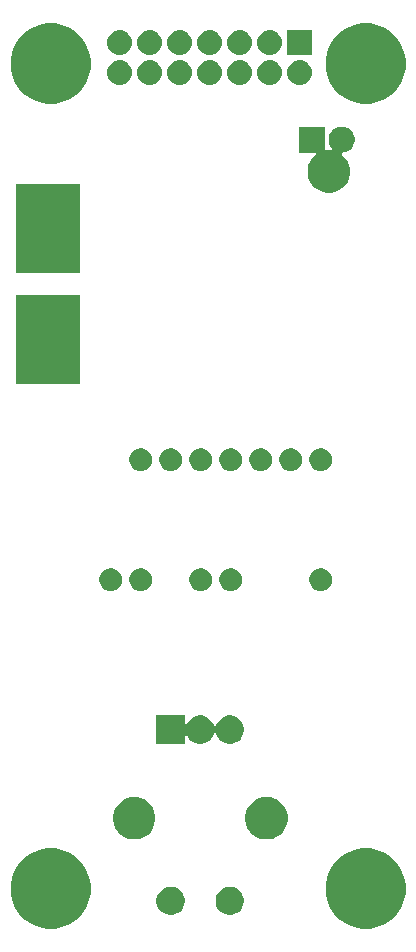
<source format=gbs>
G04 #@! TF.GenerationSoftware,KiCad,Pcbnew,5.0.1-33cea8e~68~ubuntu14.04.1*
G04 #@! TF.CreationDate,2018-11-20T20:00:49-08:00*
G04 #@! TF.ProjectId,delay,64656C61792E6B696361645F70636200,rev?*
G04 #@! TF.SameCoordinates,Original*
G04 #@! TF.FileFunction,Soldermask,Bot*
G04 #@! TF.FilePolarity,Negative*
%FSLAX46Y46*%
G04 Gerber Fmt 4.6, Leading zero omitted, Abs format (unit mm)*
G04 Created by KiCad (PCBNEW 5.0.1-33cea8e~68~ubuntu14.04.1) date Tue 20 Nov 2018 08:00:49 PM PST*
%MOMM*%
%LPD*%
G01*
G04 APERTURE LIST*
%ADD10C,0.100000*%
G04 APERTURE END LIST*
D10*
G36*
X155677743Y-163354660D02*
X156296503Y-163610958D01*
X156853377Y-163983050D01*
X157326950Y-164456623D01*
X157699042Y-165013497D01*
X157955340Y-165632257D01*
X158086000Y-166289128D01*
X158086000Y-166958872D01*
X157955340Y-167615743D01*
X157699042Y-168234503D01*
X157326950Y-168791377D01*
X156853377Y-169264950D01*
X156296503Y-169637042D01*
X155677743Y-169893340D01*
X155020872Y-170024000D01*
X154351128Y-170024000D01*
X153694257Y-169893340D01*
X153075497Y-169637042D01*
X152518623Y-169264950D01*
X152045050Y-168791377D01*
X151672958Y-168234503D01*
X151416660Y-167615743D01*
X151286000Y-166958872D01*
X151286000Y-166289128D01*
X151416660Y-165632257D01*
X151672958Y-165013497D01*
X152045050Y-164456623D01*
X152518623Y-163983050D01*
X153075497Y-163610958D01*
X153694257Y-163354660D01*
X154351128Y-163224000D01*
X155020872Y-163224000D01*
X155677743Y-163354660D01*
X155677743Y-163354660D01*
G37*
G36*
X129007743Y-163354660D02*
X129626503Y-163610958D01*
X130183377Y-163983050D01*
X130656950Y-164456623D01*
X131029042Y-165013497D01*
X131285340Y-165632257D01*
X131416000Y-166289128D01*
X131416000Y-166958872D01*
X131285340Y-167615743D01*
X131029042Y-168234503D01*
X130656950Y-168791377D01*
X130183377Y-169264950D01*
X129626503Y-169637042D01*
X129007743Y-169893340D01*
X128350872Y-170024000D01*
X127681128Y-170024000D01*
X127024257Y-169893340D01*
X126405497Y-169637042D01*
X125848623Y-169264950D01*
X125375050Y-168791377D01*
X125002958Y-168234503D01*
X124746660Y-167615743D01*
X124616000Y-166958872D01*
X124616000Y-166289128D01*
X124746660Y-165632257D01*
X125002958Y-165013497D01*
X125375050Y-164456623D01*
X125848623Y-163983050D01*
X126405497Y-163610958D01*
X127024257Y-163354660D01*
X127681128Y-163224000D01*
X128350872Y-163224000D01*
X129007743Y-163354660D01*
X129007743Y-163354660D01*
G37*
G36*
X143526026Y-166508115D02*
X143744412Y-166598573D01*
X143940958Y-166729901D01*
X144108099Y-166897042D01*
X144239427Y-167093588D01*
X144329885Y-167311974D01*
X144376000Y-167543809D01*
X144376000Y-167780191D01*
X144329885Y-168012026D01*
X144239427Y-168230412D01*
X144108099Y-168426958D01*
X143940958Y-168594099D01*
X143744412Y-168725427D01*
X143526026Y-168815885D01*
X143294191Y-168862000D01*
X143057809Y-168862000D01*
X142825974Y-168815885D01*
X142607588Y-168725427D01*
X142411042Y-168594099D01*
X142243901Y-168426958D01*
X142112573Y-168230412D01*
X142022115Y-168012026D01*
X141976000Y-167780191D01*
X141976000Y-167543809D01*
X142022115Y-167311974D01*
X142112573Y-167093588D01*
X142243901Y-166897042D01*
X142411042Y-166729901D01*
X142607588Y-166598573D01*
X142825974Y-166508115D01*
X143057809Y-166462000D01*
X143294191Y-166462000D01*
X143526026Y-166508115D01*
X143526026Y-166508115D01*
G37*
G36*
X138526026Y-166508115D02*
X138744412Y-166598573D01*
X138940958Y-166729901D01*
X139108099Y-166897042D01*
X139239427Y-167093588D01*
X139329885Y-167311974D01*
X139376000Y-167543809D01*
X139376000Y-167780191D01*
X139329885Y-168012026D01*
X139239427Y-168230412D01*
X139108099Y-168426958D01*
X138940958Y-168594099D01*
X138744412Y-168725427D01*
X138526026Y-168815885D01*
X138294191Y-168862000D01*
X138057809Y-168862000D01*
X137825974Y-168815885D01*
X137607588Y-168725427D01*
X137411042Y-168594099D01*
X137243901Y-168426958D01*
X137112573Y-168230412D01*
X137022115Y-168012026D01*
X136976000Y-167780191D01*
X136976000Y-167543809D01*
X137022115Y-167311974D01*
X137112573Y-167093588D01*
X137243901Y-166897042D01*
X137411042Y-166729901D01*
X137607588Y-166598573D01*
X137825974Y-166508115D01*
X138057809Y-166462000D01*
X138294191Y-166462000D01*
X138526026Y-166508115D01*
X138526026Y-166508115D01*
G37*
G36*
X135485122Y-158908115D02*
X135601041Y-158931173D01*
X135928620Y-159066861D01*
X136219511Y-159261228D01*
X136223436Y-159263851D01*
X136474149Y-159514564D01*
X136671140Y-159809382D01*
X136806827Y-160136960D01*
X136876000Y-160484714D01*
X136876000Y-160839286D01*
X136806827Y-161187040D01*
X136671140Y-161514618D01*
X136474149Y-161809436D01*
X136223436Y-162060149D01*
X136223433Y-162060151D01*
X135928620Y-162257139D01*
X135601041Y-162392827D01*
X135485122Y-162415885D01*
X135253286Y-162462000D01*
X134898714Y-162462000D01*
X134666878Y-162415885D01*
X134550959Y-162392827D01*
X134223380Y-162257139D01*
X133928567Y-162060151D01*
X133928564Y-162060149D01*
X133677851Y-161809436D01*
X133480860Y-161514618D01*
X133345173Y-161187040D01*
X133276000Y-160839286D01*
X133276000Y-160484714D01*
X133345173Y-160136960D01*
X133480860Y-159809382D01*
X133677851Y-159514564D01*
X133928564Y-159263851D01*
X133932489Y-159261228D01*
X134223380Y-159066861D01*
X134550959Y-158931173D01*
X134666878Y-158908115D01*
X134898714Y-158862000D01*
X135253286Y-158862000D01*
X135485122Y-158908115D01*
X135485122Y-158908115D01*
G37*
G36*
X146685122Y-158908115D02*
X146801041Y-158931173D01*
X147128620Y-159066861D01*
X147419511Y-159261228D01*
X147423436Y-159263851D01*
X147674149Y-159514564D01*
X147871140Y-159809382D01*
X148006827Y-160136960D01*
X148076000Y-160484714D01*
X148076000Y-160839286D01*
X148006827Y-161187040D01*
X147871140Y-161514618D01*
X147674149Y-161809436D01*
X147423436Y-162060149D01*
X147423433Y-162060151D01*
X147128620Y-162257139D01*
X146801041Y-162392827D01*
X146685122Y-162415885D01*
X146453286Y-162462000D01*
X146098714Y-162462000D01*
X145866878Y-162415885D01*
X145750959Y-162392827D01*
X145423380Y-162257139D01*
X145128567Y-162060151D01*
X145128564Y-162060149D01*
X144877851Y-161809436D01*
X144680860Y-161514618D01*
X144545173Y-161187040D01*
X144476000Y-160839286D01*
X144476000Y-160484714D01*
X144545173Y-160136960D01*
X144680860Y-159809382D01*
X144877851Y-159514564D01*
X145128564Y-159263851D01*
X145132489Y-159261228D01*
X145423380Y-159066861D01*
X145750959Y-158931173D01*
X145866878Y-158908115D01*
X146098714Y-158862000D01*
X146453286Y-158862000D01*
X146685122Y-158908115D01*
X146685122Y-158908115D01*
G37*
G36*
X139376000Y-152536308D02*
X139378402Y-152560694D01*
X139385515Y-152584143D01*
X139397066Y-152605754D01*
X139412612Y-152624696D01*
X139431554Y-152640242D01*
X139453165Y-152651793D01*
X139476614Y-152658906D01*
X139501000Y-152661308D01*
X139525386Y-152658906D01*
X139548835Y-152651793D01*
X139570446Y-152640242D01*
X139589388Y-152624696D01*
X139604934Y-152605754D01*
X139606895Y-152602085D01*
X139743901Y-152397042D01*
X139911042Y-152229901D01*
X140107588Y-152098573D01*
X140325974Y-152008115D01*
X140557809Y-151962000D01*
X140794191Y-151962000D01*
X141026026Y-152008115D01*
X141244412Y-152098573D01*
X141440958Y-152229901D01*
X141608099Y-152397042D01*
X141739427Y-152593588D01*
X141810515Y-152765210D01*
X141822066Y-152786821D01*
X141837612Y-152805763D01*
X141856554Y-152821309D01*
X141878164Y-152832860D01*
X141901614Y-152839973D01*
X141926000Y-152842375D01*
X141950386Y-152839973D01*
X141973835Y-152832860D01*
X141995446Y-152821309D01*
X142014388Y-152805763D01*
X142029934Y-152786821D01*
X142041485Y-152765210D01*
X142112573Y-152593588D01*
X142243901Y-152397042D01*
X142411042Y-152229901D01*
X142607588Y-152098573D01*
X142825974Y-152008115D01*
X143057809Y-151962000D01*
X143294191Y-151962000D01*
X143526026Y-152008115D01*
X143744412Y-152098573D01*
X143940958Y-152229901D01*
X144108099Y-152397042D01*
X144239427Y-152593588D01*
X144329885Y-152811974D01*
X144376000Y-153043809D01*
X144376000Y-153280191D01*
X144329885Y-153512026D01*
X144239427Y-153730412D01*
X144108099Y-153926958D01*
X143940958Y-154094099D01*
X143744412Y-154225427D01*
X143526026Y-154315885D01*
X143294191Y-154362000D01*
X143057809Y-154362000D01*
X142825974Y-154315885D01*
X142607588Y-154225427D01*
X142411042Y-154094099D01*
X142243901Y-153926958D01*
X142112573Y-153730412D01*
X142041485Y-153558790D01*
X142029934Y-153537179D01*
X142014388Y-153518237D01*
X141995446Y-153502691D01*
X141973836Y-153491140D01*
X141950386Y-153484027D01*
X141926000Y-153481625D01*
X141901614Y-153484027D01*
X141878165Y-153491140D01*
X141856554Y-153502691D01*
X141837612Y-153518237D01*
X141822066Y-153537179D01*
X141810515Y-153558790D01*
X141739427Y-153730412D01*
X141608099Y-153926958D01*
X141440958Y-154094099D01*
X141244412Y-154225427D01*
X141026026Y-154315885D01*
X140794191Y-154362000D01*
X140557809Y-154362000D01*
X140325974Y-154315885D01*
X140107588Y-154225427D01*
X139911042Y-154094099D01*
X139743901Y-153926958D01*
X139606890Y-153721907D01*
X139604929Y-153718239D01*
X139589382Y-153699298D01*
X139570439Y-153683754D01*
X139548828Y-153672204D01*
X139525378Y-153665092D01*
X139500992Y-153662692D01*
X139476605Y-153665095D01*
X139453157Y-153672210D01*
X139431547Y-153683763D01*
X139412606Y-153699310D01*
X139397062Y-153718253D01*
X139385512Y-153739864D01*
X139378400Y-153763314D01*
X139376000Y-153787692D01*
X139376000Y-154362000D01*
X136976000Y-154362000D01*
X136976000Y-151962000D01*
X139376000Y-151962000D01*
X139376000Y-152536308D01*
X139376000Y-152536308D01*
G37*
G36*
X140996603Y-139536968D02*
X140996606Y-139536969D01*
X140996605Y-139536969D01*
X141171678Y-139609486D01*
X141171679Y-139609487D01*
X141329241Y-139714767D01*
X141463233Y-139848759D01*
X141463234Y-139848761D01*
X141568514Y-140006322D01*
X141624603Y-140141734D01*
X141641032Y-140181397D01*
X141678000Y-140367250D01*
X141678000Y-140556750D01*
X141641032Y-140742603D01*
X141641031Y-140742605D01*
X141568514Y-140917678D01*
X141568513Y-140917679D01*
X141463233Y-141075241D01*
X141329241Y-141209233D01*
X141249923Y-141262232D01*
X141171678Y-141314514D01*
X141036266Y-141370603D01*
X140996603Y-141387032D01*
X140810750Y-141424000D01*
X140621250Y-141424000D01*
X140435397Y-141387032D01*
X140395734Y-141370603D01*
X140260322Y-141314514D01*
X140182077Y-141262232D01*
X140102759Y-141209233D01*
X139968767Y-141075241D01*
X139863487Y-140917679D01*
X139863486Y-140917678D01*
X139790969Y-140742605D01*
X139790968Y-140742603D01*
X139754000Y-140556750D01*
X139754000Y-140367250D01*
X139790968Y-140181397D01*
X139807397Y-140141734D01*
X139863486Y-140006322D01*
X139968766Y-139848761D01*
X139968767Y-139848759D01*
X140102759Y-139714767D01*
X140260321Y-139609487D01*
X140260322Y-139609486D01*
X140435395Y-139536969D01*
X140435394Y-139536969D01*
X140435397Y-139536968D01*
X140621250Y-139500000D01*
X140810750Y-139500000D01*
X140996603Y-139536968D01*
X140996603Y-139536968D01*
G37*
G36*
X151156603Y-139536968D02*
X151156606Y-139536969D01*
X151156605Y-139536969D01*
X151331678Y-139609486D01*
X151331679Y-139609487D01*
X151489241Y-139714767D01*
X151623233Y-139848759D01*
X151623234Y-139848761D01*
X151728514Y-140006322D01*
X151784603Y-140141734D01*
X151801032Y-140181397D01*
X151838000Y-140367250D01*
X151838000Y-140556750D01*
X151801032Y-140742603D01*
X151801031Y-140742605D01*
X151728514Y-140917678D01*
X151728513Y-140917679D01*
X151623233Y-141075241D01*
X151489241Y-141209233D01*
X151409923Y-141262232D01*
X151331678Y-141314514D01*
X151196266Y-141370603D01*
X151156603Y-141387032D01*
X150970750Y-141424000D01*
X150781250Y-141424000D01*
X150595397Y-141387032D01*
X150555734Y-141370603D01*
X150420322Y-141314514D01*
X150342077Y-141262232D01*
X150262759Y-141209233D01*
X150128767Y-141075241D01*
X150023487Y-140917679D01*
X150023486Y-140917678D01*
X149950969Y-140742605D01*
X149950968Y-140742603D01*
X149914000Y-140556750D01*
X149914000Y-140367250D01*
X149950968Y-140181397D01*
X149967397Y-140141734D01*
X150023486Y-140006322D01*
X150128766Y-139848761D01*
X150128767Y-139848759D01*
X150262759Y-139714767D01*
X150420321Y-139609487D01*
X150420322Y-139609486D01*
X150595395Y-139536969D01*
X150595394Y-139536969D01*
X150595397Y-139536968D01*
X150781250Y-139500000D01*
X150970750Y-139500000D01*
X151156603Y-139536968D01*
X151156603Y-139536968D01*
G37*
G36*
X143536603Y-139536968D02*
X143536606Y-139536969D01*
X143536605Y-139536969D01*
X143711678Y-139609486D01*
X143711679Y-139609487D01*
X143869241Y-139714767D01*
X144003233Y-139848759D01*
X144003234Y-139848761D01*
X144108514Y-140006322D01*
X144164603Y-140141734D01*
X144181032Y-140181397D01*
X144218000Y-140367250D01*
X144218000Y-140556750D01*
X144181032Y-140742603D01*
X144181031Y-140742605D01*
X144108514Y-140917678D01*
X144108513Y-140917679D01*
X144003233Y-141075241D01*
X143869241Y-141209233D01*
X143789923Y-141262232D01*
X143711678Y-141314514D01*
X143576266Y-141370603D01*
X143536603Y-141387032D01*
X143350750Y-141424000D01*
X143161250Y-141424000D01*
X142975397Y-141387032D01*
X142935734Y-141370603D01*
X142800322Y-141314514D01*
X142722077Y-141262232D01*
X142642759Y-141209233D01*
X142508767Y-141075241D01*
X142403487Y-140917679D01*
X142403486Y-140917678D01*
X142330969Y-140742605D01*
X142330968Y-140742603D01*
X142294000Y-140556750D01*
X142294000Y-140367250D01*
X142330968Y-140181397D01*
X142347397Y-140141734D01*
X142403486Y-140006322D01*
X142508766Y-139848761D01*
X142508767Y-139848759D01*
X142642759Y-139714767D01*
X142800321Y-139609487D01*
X142800322Y-139609486D01*
X142975395Y-139536969D01*
X142975394Y-139536969D01*
X142975397Y-139536968D01*
X143161250Y-139500000D01*
X143350750Y-139500000D01*
X143536603Y-139536968D01*
X143536603Y-139536968D01*
G37*
G36*
X135916603Y-139536968D02*
X135916606Y-139536969D01*
X135916605Y-139536969D01*
X136091678Y-139609486D01*
X136091679Y-139609487D01*
X136249241Y-139714767D01*
X136383233Y-139848759D01*
X136383234Y-139848761D01*
X136488514Y-140006322D01*
X136544603Y-140141734D01*
X136561032Y-140181397D01*
X136598000Y-140367250D01*
X136598000Y-140556750D01*
X136561032Y-140742603D01*
X136561031Y-140742605D01*
X136488514Y-140917678D01*
X136488513Y-140917679D01*
X136383233Y-141075241D01*
X136249241Y-141209233D01*
X136169923Y-141262232D01*
X136091678Y-141314514D01*
X135956266Y-141370603D01*
X135916603Y-141387032D01*
X135730750Y-141424000D01*
X135541250Y-141424000D01*
X135355397Y-141387032D01*
X135315734Y-141370603D01*
X135180322Y-141314514D01*
X135102077Y-141262232D01*
X135022759Y-141209233D01*
X134888767Y-141075241D01*
X134783487Y-140917679D01*
X134783486Y-140917678D01*
X134710969Y-140742605D01*
X134710968Y-140742603D01*
X134674000Y-140556750D01*
X134674000Y-140367250D01*
X134710968Y-140181397D01*
X134727397Y-140141734D01*
X134783486Y-140006322D01*
X134888766Y-139848761D01*
X134888767Y-139848759D01*
X135022759Y-139714767D01*
X135180321Y-139609487D01*
X135180322Y-139609486D01*
X135355395Y-139536969D01*
X135355394Y-139536969D01*
X135355397Y-139536968D01*
X135541250Y-139500000D01*
X135730750Y-139500000D01*
X135916603Y-139536968D01*
X135916603Y-139536968D01*
G37*
G36*
X133376603Y-139536968D02*
X133376606Y-139536969D01*
X133376605Y-139536969D01*
X133551678Y-139609486D01*
X133551679Y-139609487D01*
X133709241Y-139714767D01*
X133843233Y-139848759D01*
X133843234Y-139848761D01*
X133948514Y-140006322D01*
X134004603Y-140141734D01*
X134021032Y-140181397D01*
X134058000Y-140367250D01*
X134058000Y-140556750D01*
X134021032Y-140742603D01*
X134021031Y-140742605D01*
X133948514Y-140917678D01*
X133948513Y-140917679D01*
X133843233Y-141075241D01*
X133709241Y-141209233D01*
X133629923Y-141262232D01*
X133551678Y-141314514D01*
X133416266Y-141370603D01*
X133376603Y-141387032D01*
X133190750Y-141424000D01*
X133001250Y-141424000D01*
X132815397Y-141387032D01*
X132775734Y-141370603D01*
X132640322Y-141314514D01*
X132562077Y-141262232D01*
X132482759Y-141209233D01*
X132348767Y-141075241D01*
X132243487Y-140917679D01*
X132243486Y-140917678D01*
X132170969Y-140742605D01*
X132170968Y-140742603D01*
X132134000Y-140556750D01*
X132134000Y-140367250D01*
X132170968Y-140181397D01*
X132187397Y-140141734D01*
X132243486Y-140006322D01*
X132348766Y-139848761D01*
X132348767Y-139848759D01*
X132482759Y-139714767D01*
X132640321Y-139609487D01*
X132640322Y-139609486D01*
X132815395Y-139536969D01*
X132815394Y-139536969D01*
X132815397Y-139536968D01*
X133001250Y-139500000D01*
X133190750Y-139500000D01*
X133376603Y-139536968D01*
X133376603Y-139536968D01*
G37*
G36*
X135916603Y-129376968D02*
X135916606Y-129376969D01*
X135916605Y-129376969D01*
X136091678Y-129449486D01*
X136091679Y-129449487D01*
X136249241Y-129554767D01*
X136383233Y-129688759D01*
X136383234Y-129688761D01*
X136488514Y-129846322D01*
X136544603Y-129981734D01*
X136561032Y-130021397D01*
X136598000Y-130207250D01*
X136598000Y-130396750D01*
X136561032Y-130582603D01*
X136561031Y-130582605D01*
X136488514Y-130757678D01*
X136488513Y-130757679D01*
X136383233Y-130915241D01*
X136249241Y-131049233D01*
X136169923Y-131102232D01*
X136091678Y-131154514D01*
X135956266Y-131210603D01*
X135916603Y-131227032D01*
X135730750Y-131264000D01*
X135541250Y-131264000D01*
X135355397Y-131227032D01*
X135315734Y-131210603D01*
X135180322Y-131154514D01*
X135102077Y-131102232D01*
X135022759Y-131049233D01*
X134888767Y-130915241D01*
X134783487Y-130757679D01*
X134783486Y-130757678D01*
X134710969Y-130582605D01*
X134710968Y-130582603D01*
X134674000Y-130396750D01*
X134674000Y-130207250D01*
X134710968Y-130021397D01*
X134727397Y-129981734D01*
X134783486Y-129846322D01*
X134888766Y-129688761D01*
X134888767Y-129688759D01*
X135022759Y-129554767D01*
X135180321Y-129449487D01*
X135180322Y-129449486D01*
X135355395Y-129376969D01*
X135355394Y-129376969D01*
X135355397Y-129376968D01*
X135541250Y-129340000D01*
X135730750Y-129340000D01*
X135916603Y-129376968D01*
X135916603Y-129376968D01*
G37*
G36*
X138456603Y-129376968D02*
X138456606Y-129376969D01*
X138456605Y-129376969D01*
X138631678Y-129449486D01*
X138631679Y-129449487D01*
X138789241Y-129554767D01*
X138923233Y-129688759D01*
X138923234Y-129688761D01*
X139028514Y-129846322D01*
X139084603Y-129981734D01*
X139101032Y-130021397D01*
X139138000Y-130207250D01*
X139138000Y-130396750D01*
X139101032Y-130582603D01*
X139101031Y-130582605D01*
X139028514Y-130757678D01*
X139028513Y-130757679D01*
X138923233Y-130915241D01*
X138789241Y-131049233D01*
X138709923Y-131102232D01*
X138631678Y-131154514D01*
X138496266Y-131210603D01*
X138456603Y-131227032D01*
X138270750Y-131264000D01*
X138081250Y-131264000D01*
X137895397Y-131227032D01*
X137855734Y-131210603D01*
X137720322Y-131154514D01*
X137642077Y-131102232D01*
X137562759Y-131049233D01*
X137428767Y-130915241D01*
X137323487Y-130757679D01*
X137323486Y-130757678D01*
X137250969Y-130582605D01*
X137250968Y-130582603D01*
X137214000Y-130396750D01*
X137214000Y-130207250D01*
X137250968Y-130021397D01*
X137267397Y-129981734D01*
X137323486Y-129846322D01*
X137428766Y-129688761D01*
X137428767Y-129688759D01*
X137562759Y-129554767D01*
X137720321Y-129449487D01*
X137720322Y-129449486D01*
X137895395Y-129376969D01*
X137895394Y-129376969D01*
X137895397Y-129376968D01*
X138081250Y-129340000D01*
X138270750Y-129340000D01*
X138456603Y-129376968D01*
X138456603Y-129376968D01*
G37*
G36*
X143536603Y-129376968D02*
X143536606Y-129376969D01*
X143536605Y-129376969D01*
X143711678Y-129449486D01*
X143711679Y-129449487D01*
X143869241Y-129554767D01*
X144003233Y-129688759D01*
X144003234Y-129688761D01*
X144108514Y-129846322D01*
X144164603Y-129981734D01*
X144181032Y-130021397D01*
X144218000Y-130207250D01*
X144218000Y-130396750D01*
X144181032Y-130582603D01*
X144181031Y-130582605D01*
X144108514Y-130757678D01*
X144108513Y-130757679D01*
X144003233Y-130915241D01*
X143869241Y-131049233D01*
X143789923Y-131102232D01*
X143711678Y-131154514D01*
X143576266Y-131210603D01*
X143536603Y-131227032D01*
X143350750Y-131264000D01*
X143161250Y-131264000D01*
X142975397Y-131227032D01*
X142935734Y-131210603D01*
X142800322Y-131154514D01*
X142722077Y-131102232D01*
X142642759Y-131049233D01*
X142508767Y-130915241D01*
X142403487Y-130757679D01*
X142403486Y-130757678D01*
X142330969Y-130582605D01*
X142330968Y-130582603D01*
X142294000Y-130396750D01*
X142294000Y-130207250D01*
X142330968Y-130021397D01*
X142347397Y-129981734D01*
X142403486Y-129846322D01*
X142508766Y-129688761D01*
X142508767Y-129688759D01*
X142642759Y-129554767D01*
X142800321Y-129449487D01*
X142800322Y-129449486D01*
X142975395Y-129376969D01*
X142975394Y-129376969D01*
X142975397Y-129376968D01*
X143161250Y-129340000D01*
X143350750Y-129340000D01*
X143536603Y-129376968D01*
X143536603Y-129376968D01*
G37*
G36*
X148616603Y-129376968D02*
X148616606Y-129376969D01*
X148616605Y-129376969D01*
X148791678Y-129449486D01*
X148791679Y-129449487D01*
X148949241Y-129554767D01*
X149083233Y-129688759D01*
X149083234Y-129688761D01*
X149188514Y-129846322D01*
X149244603Y-129981734D01*
X149261032Y-130021397D01*
X149298000Y-130207250D01*
X149298000Y-130396750D01*
X149261032Y-130582603D01*
X149261031Y-130582605D01*
X149188514Y-130757678D01*
X149188513Y-130757679D01*
X149083233Y-130915241D01*
X148949241Y-131049233D01*
X148869923Y-131102232D01*
X148791678Y-131154514D01*
X148656266Y-131210603D01*
X148616603Y-131227032D01*
X148430750Y-131264000D01*
X148241250Y-131264000D01*
X148055397Y-131227032D01*
X148015734Y-131210603D01*
X147880322Y-131154514D01*
X147802077Y-131102232D01*
X147722759Y-131049233D01*
X147588767Y-130915241D01*
X147483487Y-130757679D01*
X147483486Y-130757678D01*
X147410969Y-130582605D01*
X147410968Y-130582603D01*
X147374000Y-130396750D01*
X147374000Y-130207250D01*
X147410968Y-130021397D01*
X147427397Y-129981734D01*
X147483486Y-129846322D01*
X147588766Y-129688761D01*
X147588767Y-129688759D01*
X147722759Y-129554767D01*
X147880321Y-129449487D01*
X147880322Y-129449486D01*
X148055395Y-129376969D01*
X148055394Y-129376969D01*
X148055397Y-129376968D01*
X148241250Y-129340000D01*
X148430750Y-129340000D01*
X148616603Y-129376968D01*
X148616603Y-129376968D01*
G37*
G36*
X151156603Y-129376968D02*
X151156606Y-129376969D01*
X151156605Y-129376969D01*
X151331678Y-129449486D01*
X151331679Y-129449487D01*
X151489241Y-129554767D01*
X151623233Y-129688759D01*
X151623234Y-129688761D01*
X151728514Y-129846322D01*
X151784603Y-129981734D01*
X151801032Y-130021397D01*
X151838000Y-130207250D01*
X151838000Y-130396750D01*
X151801032Y-130582603D01*
X151801031Y-130582605D01*
X151728514Y-130757678D01*
X151728513Y-130757679D01*
X151623233Y-130915241D01*
X151489241Y-131049233D01*
X151409923Y-131102232D01*
X151331678Y-131154514D01*
X151196266Y-131210603D01*
X151156603Y-131227032D01*
X150970750Y-131264000D01*
X150781250Y-131264000D01*
X150595397Y-131227032D01*
X150555734Y-131210603D01*
X150420322Y-131154514D01*
X150342077Y-131102232D01*
X150262759Y-131049233D01*
X150128767Y-130915241D01*
X150023487Y-130757679D01*
X150023486Y-130757678D01*
X149950969Y-130582605D01*
X149950968Y-130582603D01*
X149914000Y-130396750D01*
X149914000Y-130207250D01*
X149950968Y-130021397D01*
X149967397Y-129981734D01*
X150023486Y-129846322D01*
X150128766Y-129688761D01*
X150128767Y-129688759D01*
X150262759Y-129554767D01*
X150420321Y-129449487D01*
X150420322Y-129449486D01*
X150595395Y-129376969D01*
X150595394Y-129376969D01*
X150595397Y-129376968D01*
X150781250Y-129340000D01*
X150970750Y-129340000D01*
X151156603Y-129376968D01*
X151156603Y-129376968D01*
G37*
G36*
X140996603Y-129376968D02*
X140996606Y-129376969D01*
X140996605Y-129376969D01*
X141171678Y-129449486D01*
X141171679Y-129449487D01*
X141329241Y-129554767D01*
X141463233Y-129688759D01*
X141463234Y-129688761D01*
X141568514Y-129846322D01*
X141624603Y-129981734D01*
X141641032Y-130021397D01*
X141678000Y-130207250D01*
X141678000Y-130396750D01*
X141641032Y-130582603D01*
X141641031Y-130582605D01*
X141568514Y-130757678D01*
X141568513Y-130757679D01*
X141463233Y-130915241D01*
X141329241Y-131049233D01*
X141249923Y-131102232D01*
X141171678Y-131154514D01*
X141036266Y-131210603D01*
X140996603Y-131227032D01*
X140810750Y-131264000D01*
X140621250Y-131264000D01*
X140435397Y-131227032D01*
X140395734Y-131210603D01*
X140260322Y-131154514D01*
X140182077Y-131102232D01*
X140102759Y-131049233D01*
X139968767Y-130915241D01*
X139863487Y-130757679D01*
X139863486Y-130757678D01*
X139790969Y-130582605D01*
X139790968Y-130582603D01*
X139754000Y-130396750D01*
X139754000Y-130207250D01*
X139790968Y-130021397D01*
X139807397Y-129981734D01*
X139863486Y-129846322D01*
X139968766Y-129688761D01*
X139968767Y-129688759D01*
X140102759Y-129554767D01*
X140260321Y-129449487D01*
X140260322Y-129449486D01*
X140435395Y-129376969D01*
X140435394Y-129376969D01*
X140435397Y-129376968D01*
X140621250Y-129340000D01*
X140810750Y-129340000D01*
X140996603Y-129376968D01*
X140996603Y-129376968D01*
G37*
G36*
X146076603Y-129376968D02*
X146076606Y-129376969D01*
X146076605Y-129376969D01*
X146251678Y-129449486D01*
X146251679Y-129449487D01*
X146409241Y-129554767D01*
X146543233Y-129688759D01*
X146543234Y-129688761D01*
X146648514Y-129846322D01*
X146704603Y-129981734D01*
X146721032Y-130021397D01*
X146758000Y-130207250D01*
X146758000Y-130396750D01*
X146721032Y-130582603D01*
X146721031Y-130582605D01*
X146648514Y-130757678D01*
X146648513Y-130757679D01*
X146543233Y-130915241D01*
X146409241Y-131049233D01*
X146329923Y-131102232D01*
X146251678Y-131154514D01*
X146116266Y-131210603D01*
X146076603Y-131227032D01*
X145890750Y-131264000D01*
X145701250Y-131264000D01*
X145515397Y-131227032D01*
X145475734Y-131210603D01*
X145340322Y-131154514D01*
X145262077Y-131102232D01*
X145182759Y-131049233D01*
X145048767Y-130915241D01*
X144943487Y-130757679D01*
X144943486Y-130757678D01*
X144870969Y-130582605D01*
X144870968Y-130582603D01*
X144834000Y-130396750D01*
X144834000Y-130207250D01*
X144870968Y-130021397D01*
X144887397Y-129981734D01*
X144943486Y-129846322D01*
X145048766Y-129688761D01*
X145048767Y-129688759D01*
X145182759Y-129554767D01*
X145340321Y-129449487D01*
X145340322Y-129449486D01*
X145515395Y-129376969D01*
X145515394Y-129376969D01*
X145515397Y-129376968D01*
X145701250Y-129340000D01*
X145890750Y-129340000D01*
X146076603Y-129376968D01*
X146076603Y-129376968D01*
G37*
G36*
X130462000Y-123882000D02*
X125062000Y-123882000D01*
X125062000Y-116402000D01*
X130462000Y-116402000D01*
X130462000Y-123882000D01*
X130462000Y-123882000D01*
G37*
G36*
X130462000Y-114484000D02*
X125062000Y-114484000D01*
X125062000Y-107004000D01*
X130462000Y-107004000D01*
X130462000Y-114484000D01*
X130462000Y-114484000D01*
G37*
G36*
X151214000Y-104000341D02*
X151216402Y-104024727D01*
X151223515Y-104048176D01*
X151235066Y-104069787D01*
X151250612Y-104088729D01*
X151269554Y-104104275D01*
X151291165Y-104115826D01*
X151314614Y-104122939D01*
X151339000Y-104125341D01*
X151363385Y-104122939D01*
X151388216Y-104118000D01*
X151711589Y-104118000D01*
X151735975Y-104115598D01*
X151759424Y-104108485D01*
X151781035Y-104096934D01*
X151799977Y-104081388D01*
X151815523Y-104062446D01*
X151827074Y-104040835D01*
X151834187Y-104017386D01*
X151836589Y-103993000D01*
X151834187Y-103968614D01*
X151827074Y-103945165D01*
X151815523Y-103923554D01*
X151799977Y-103904612D01*
X151799578Y-103904213D01*
X151679191Y-103724042D01*
X151596272Y-103523857D01*
X151554000Y-103311342D01*
X151554000Y-103094658D01*
X151596272Y-102882143D01*
X151679191Y-102681958D01*
X151799578Y-102501787D01*
X151952787Y-102348578D01*
X152132958Y-102228191D01*
X152333143Y-102145272D01*
X152545658Y-102103000D01*
X152762342Y-102103000D01*
X152974857Y-102145272D01*
X153175042Y-102228191D01*
X153355213Y-102348578D01*
X153508422Y-102501787D01*
X153628809Y-102681958D01*
X153711728Y-102882143D01*
X153754000Y-103094658D01*
X153754000Y-103311342D01*
X153711728Y-103523857D01*
X153628809Y-103724042D01*
X153508422Y-103904213D01*
X153355213Y-104057422D01*
X153355210Y-104057424D01*
X153355209Y-104057425D01*
X153253566Y-104125341D01*
X153175042Y-104177809D01*
X152974858Y-104260728D01*
X152816481Y-104292231D01*
X152769621Y-104301552D01*
X152746175Y-104308664D01*
X152724564Y-104320215D01*
X152705622Y-104335760D01*
X152690076Y-104354703D01*
X152678525Y-104376313D01*
X152671412Y-104399762D01*
X152669010Y-104424149D01*
X152671412Y-104448535D01*
X152678525Y-104471984D01*
X152690076Y-104493595D01*
X152705622Y-104512537D01*
X152963649Y-104770564D01*
X153160640Y-105065382D01*
X153296327Y-105392960D01*
X153365500Y-105740714D01*
X153365500Y-106095286D01*
X153296327Y-106443040D01*
X153160640Y-106770618D01*
X152963649Y-107065436D01*
X152712936Y-107316149D01*
X152712933Y-107316151D01*
X152418120Y-107513139D01*
X152090541Y-107648827D01*
X151974622Y-107671885D01*
X151742786Y-107718000D01*
X151388214Y-107718000D01*
X151156378Y-107671885D01*
X151040459Y-107648827D01*
X150712880Y-107513139D01*
X150418067Y-107316151D01*
X150418064Y-107316149D01*
X150167351Y-107065436D01*
X149970360Y-106770618D01*
X149834673Y-106443040D01*
X149765500Y-106095286D01*
X149765500Y-105740714D01*
X149834673Y-105392960D01*
X149970360Y-105065382D01*
X150167351Y-104770564D01*
X150421527Y-104516388D01*
X150437073Y-104497446D01*
X150448624Y-104475835D01*
X150455737Y-104452386D01*
X150458139Y-104428000D01*
X150455737Y-104403614D01*
X150448624Y-104380165D01*
X150437073Y-104358554D01*
X150421527Y-104339612D01*
X150402585Y-104324066D01*
X150380974Y-104312515D01*
X150357525Y-104305402D01*
X150333139Y-104303000D01*
X149014000Y-104303000D01*
X149014000Y-102103000D01*
X151214000Y-102103000D01*
X151214000Y-104000341D01*
X151214000Y-104000341D01*
G37*
G36*
X129007743Y-93504660D02*
X129626503Y-93760958D01*
X130183377Y-94133050D01*
X130656950Y-94606623D01*
X131029042Y-95163497D01*
X131285340Y-95782257D01*
X131416000Y-96439128D01*
X131416000Y-97108872D01*
X131285340Y-97765743D01*
X131029042Y-98384503D01*
X130656950Y-98941377D01*
X130183377Y-99414950D01*
X129626503Y-99787042D01*
X129007743Y-100043340D01*
X128350872Y-100174000D01*
X127681128Y-100174000D01*
X127024257Y-100043340D01*
X126405497Y-99787042D01*
X125848623Y-99414950D01*
X125375050Y-98941377D01*
X125002958Y-98384503D01*
X124746660Y-97765743D01*
X124616000Y-97108872D01*
X124616000Y-96439128D01*
X124746660Y-95782257D01*
X125002958Y-95163497D01*
X125375050Y-94606623D01*
X125848623Y-94133050D01*
X126405497Y-93760958D01*
X127024257Y-93504660D01*
X127681128Y-93374000D01*
X128350872Y-93374000D01*
X129007743Y-93504660D01*
X129007743Y-93504660D01*
G37*
G36*
X155677743Y-93504660D02*
X156296503Y-93760958D01*
X156853377Y-94133050D01*
X157326950Y-94606623D01*
X157699042Y-95163497D01*
X157955340Y-95782257D01*
X158086000Y-96439128D01*
X158086000Y-97108872D01*
X157955340Y-97765743D01*
X157699042Y-98384503D01*
X157326950Y-98941377D01*
X156853377Y-99414950D01*
X156296503Y-99787042D01*
X155677743Y-100043340D01*
X155020872Y-100174000D01*
X154351128Y-100174000D01*
X153694257Y-100043340D01*
X153075497Y-99787042D01*
X152518623Y-99414950D01*
X152045050Y-98941377D01*
X151672958Y-98384503D01*
X151416660Y-97765743D01*
X151286000Y-97108872D01*
X151286000Y-96439128D01*
X151416660Y-95782257D01*
X151672958Y-95163497D01*
X152045050Y-94606623D01*
X152518623Y-94133050D01*
X153075497Y-93760958D01*
X153694257Y-93504660D01*
X154351128Y-93374000D01*
X155020872Y-93374000D01*
X155677743Y-93504660D01*
X155677743Y-93504660D01*
G37*
G36*
X139066707Y-96493596D02*
X139143836Y-96501193D01*
X139275787Y-96541220D01*
X139341763Y-96561233D01*
X139524172Y-96658733D01*
X139684054Y-96789946D01*
X139815267Y-96949828D01*
X139912767Y-97132237D01*
X139912767Y-97132238D01*
X139972807Y-97330164D01*
X139993080Y-97536000D01*
X139972807Y-97741836D01*
X139932780Y-97873787D01*
X139912767Y-97939763D01*
X139815267Y-98122172D01*
X139684054Y-98282054D01*
X139524172Y-98413267D01*
X139341763Y-98510767D01*
X139275787Y-98530780D01*
X139143836Y-98570807D01*
X139066707Y-98578403D01*
X138989580Y-98586000D01*
X138886420Y-98586000D01*
X138809293Y-98578403D01*
X138732164Y-98570807D01*
X138600213Y-98530780D01*
X138534237Y-98510767D01*
X138351828Y-98413267D01*
X138191946Y-98282054D01*
X138060733Y-98122172D01*
X137963233Y-97939763D01*
X137943220Y-97873787D01*
X137903193Y-97741836D01*
X137882920Y-97536000D01*
X137903193Y-97330164D01*
X137963233Y-97132238D01*
X137963233Y-97132237D01*
X138060733Y-96949828D01*
X138191946Y-96789946D01*
X138351828Y-96658733D01*
X138534237Y-96561233D01*
X138600213Y-96541220D01*
X138732164Y-96501193D01*
X138809293Y-96493596D01*
X138886420Y-96486000D01*
X138989580Y-96486000D01*
X139066707Y-96493596D01*
X139066707Y-96493596D01*
G37*
G36*
X149226707Y-96493596D02*
X149303836Y-96501193D01*
X149435787Y-96541220D01*
X149501763Y-96561233D01*
X149684172Y-96658733D01*
X149844054Y-96789946D01*
X149975267Y-96949828D01*
X150072767Y-97132237D01*
X150072767Y-97132238D01*
X150132807Y-97330164D01*
X150153080Y-97536000D01*
X150132807Y-97741836D01*
X150092780Y-97873787D01*
X150072767Y-97939763D01*
X149975267Y-98122172D01*
X149844054Y-98282054D01*
X149684172Y-98413267D01*
X149501763Y-98510767D01*
X149435787Y-98530780D01*
X149303836Y-98570807D01*
X149226707Y-98578403D01*
X149149580Y-98586000D01*
X149046420Y-98586000D01*
X148969293Y-98578403D01*
X148892164Y-98570807D01*
X148760213Y-98530780D01*
X148694237Y-98510767D01*
X148511828Y-98413267D01*
X148351946Y-98282054D01*
X148220733Y-98122172D01*
X148123233Y-97939763D01*
X148103220Y-97873787D01*
X148063193Y-97741836D01*
X148042920Y-97536000D01*
X148063193Y-97330164D01*
X148123233Y-97132238D01*
X148123233Y-97132237D01*
X148220733Y-96949828D01*
X148351946Y-96789946D01*
X148511828Y-96658733D01*
X148694237Y-96561233D01*
X148760213Y-96541220D01*
X148892164Y-96501193D01*
X148969293Y-96493596D01*
X149046420Y-96486000D01*
X149149580Y-96486000D01*
X149226707Y-96493596D01*
X149226707Y-96493596D01*
G37*
G36*
X146686707Y-96493596D02*
X146763836Y-96501193D01*
X146895787Y-96541220D01*
X146961763Y-96561233D01*
X147144172Y-96658733D01*
X147304054Y-96789946D01*
X147435267Y-96949828D01*
X147532767Y-97132237D01*
X147532767Y-97132238D01*
X147592807Y-97330164D01*
X147613080Y-97536000D01*
X147592807Y-97741836D01*
X147552780Y-97873787D01*
X147532767Y-97939763D01*
X147435267Y-98122172D01*
X147304054Y-98282054D01*
X147144172Y-98413267D01*
X146961763Y-98510767D01*
X146895787Y-98530780D01*
X146763836Y-98570807D01*
X146686707Y-98578403D01*
X146609580Y-98586000D01*
X146506420Y-98586000D01*
X146429293Y-98578403D01*
X146352164Y-98570807D01*
X146220213Y-98530780D01*
X146154237Y-98510767D01*
X145971828Y-98413267D01*
X145811946Y-98282054D01*
X145680733Y-98122172D01*
X145583233Y-97939763D01*
X145563220Y-97873787D01*
X145523193Y-97741836D01*
X145502920Y-97536000D01*
X145523193Y-97330164D01*
X145583233Y-97132238D01*
X145583233Y-97132237D01*
X145680733Y-96949828D01*
X145811946Y-96789946D01*
X145971828Y-96658733D01*
X146154237Y-96561233D01*
X146220213Y-96541220D01*
X146352164Y-96501193D01*
X146429293Y-96493596D01*
X146506420Y-96486000D01*
X146609580Y-96486000D01*
X146686707Y-96493596D01*
X146686707Y-96493596D01*
G37*
G36*
X144146707Y-96493596D02*
X144223836Y-96501193D01*
X144355787Y-96541220D01*
X144421763Y-96561233D01*
X144604172Y-96658733D01*
X144764054Y-96789946D01*
X144895267Y-96949828D01*
X144992767Y-97132237D01*
X144992767Y-97132238D01*
X145052807Y-97330164D01*
X145073080Y-97536000D01*
X145052807Y-97741836D01*
X145012780Y-97873787D01*
X144992767Y-97939763D01*
X144895267Y-98122172D01*
X144764054Y-98282054D01*
X144604172Y-98413267D01*
X144421763Y-98510767D01*
X144355787Y-98530780D01*
X144223836Y-98570807D01*
X144146707Y-98578403D01*
X144069580Y-98586000D01*
X143966420Y-98586000D01*
X143889293Y-98578403D01*
X143812164Y-98570807D01*
X143680213Y-98530780D01*
X143614237Y-98510767D01*
X143431828Y-98413267D01*
X143271946Y-98282054D01*
X143140733Y-98122172D01*
X143043233Y-97939763D01*
X143023220Y-97873787D01*
X142983193Y-97741836D01*
X142962920Y-97536000D01*
X142983193Y-97330164D01*
X143043233Y-97132238D01*
X143043233Y-97132237D01*
X143140733Y-96949828D01*
X143271946Y-96789946D01*
X143431828Y-96658733D01*
X143614237Y-96561233D01*
X143680213Y-96541220D01*
X143812164Y-96501193D01*
X143889293Y-96493596D01*
X143966420Y-96486000D01*
X144069580Y-96486000D01*
X144146707Y-96493596D01*
X144146707Y-96493596D01*
G37*
G36*
X141606707Y-96493596D02*
X141683836Y-96501193D01*
X141815787Y-96541220D01*
X141881763Y-96561233D01*
X142064172Y-96658733D01*
X142224054Y-96789946D01*
X142355267Y-96949828D01*
X142452767Y-97132237D01*
X142452767Y-97132238D01*
X142512807Y-97330164D01*
X142533080Y-97536000D01*
X142512807Y-97741836D01*
X142472780Y-97873787D01*
X142452767Y-97939763D01*
X142355267Y-98122172D01*
X142224054Y-98282054D01*
X142064172Y-98413267D01*
X141881763Y-98510767D01*
X141815787Y-98530780D01*
X141683836Y-98570807D01*
X141606707Y-98578403D01*
X141529580Y-98586000D01*
X141426420Y-98586000D01*
X141349293Y-98578403D01*
X141272164Y-98570807D01*
X141140213Y-98530780D01*
X141074237Y-98510767D01*
X140891828Y-98413267D01*
X140731946Y-98282054D01*
X140600733Y-98122172D01*
X140503233Y-97939763D01*
X140483220Y-97873787D01*
X140443193Y-97741836D01*
X140422920Y-97536000D01*
X140443193Y-97330164D01*
X140503233Y-97132238D01*
X140503233Y-97132237D01*
X140600733Y-96949828D01*
X140731946Y-96789946D01*
X140891828Y-96658733D01*
X141074237Y-96561233D01*
X141140213Y-96541220D01*
X141272164Y-96501193D01*
X141349293Y-96493596D01*
X141426420Y-96486000D01*
X141529580Y-96486000D01*
X141606707Y-96493596D01*
X141606707Y-96493596D01*
G37*
G36*
X133986707Y-96493596D02*
X134063836Y-96501193D01*
X134195787Y-96541220D01*
X134261763Y-96561233D01*
X134444172Y-96658733D01*
X134604054Y-96789946D01*
X134735267Y-96949828D01*
X134832767Y-97132237D01*
X134832767Y-97132238D01*
X134892807Y-97330164D01*
X134913080Y-97536000D01*
X134892807Y-97741836D01*
X134852780Y-97873787D01*
X134832767Y-97939763D01*
X134735267Y-98122172D01*
X134604054Y-98282054D01*
X134444172Y-98413267D01*
X134261763Y-98510767D01*
X134195787Y-98530780D01*
X134063836Y-98570807D01*
X133986707Y-98578403D01*
X133909580Y-98586000D01*
X133806420Y-98586000D01*
X133729293Y-98578403D01*
X133652164Y-98570807D01*
X133520213Y-98530780D01*
X133454237Y-98510767D01*
X133271828Y-98413267D01*
X133111946Y-98282054D01*
X132980733Y-98122172D01*
X132883233Y-97939763D01*
X132863220Y-97873787D01*
X132823193Y-97741836D01*
X132802920Y-97536000D01*
X132823193Y-97330164D01*
X132883233Y-97132238D01*
X132883233Y-97132237D01*
X132980733Y-96949828D01*
X133111946Y-96789946D01*
X133271828Y-96658733D01*
X133454237Y-96561233D01*
X133520213Y-96541220D01*
X133652164Y-96501193D01*
X133729293Y-96493596D01*
X133806420Y-96486000D01*
X133909580Y-96486000D01*
X133986707Y-96493596D01*
X133986707Y-96493596D01*
G37*
G36*
X136526707Y-96493596D02*
X136603836Y-96501193D01*
X136735787Y-96541220D01*
X136801763Y-96561233D01*
X136984172Y-96658733D01*
X137144054Y-96789946D01*
X137275267Y-96949828D01*
X137372767Y-97132237D01*
X137372767Y-97132238D01*
X137432807Y-97330164D01*
X137453080Y-97536000D01*
X137432807Y-97741836D01*
X137392780Y-97873787D01*
X137372767Y-97939763D01*
X137275267Y-98122172D01*
X137144054Y-98282054D01*
X136984172Y-98413267D01*
X136801763Y-98510767D01*
X136735787Y-98530780D01*
X136603836Y-98570807D01*
X136526707Y-98578403D01*
X136449580Y-98586000D01*
X136346420Y-98586000D01*
X136269293Y-98578403D01*
X136192164Y-98570807D01*
X136060213Y-98530780D01*
X135994237Y-98510767D01*
X135811828Y-98413267D01*
X135651946Y-98282054D01*
X135520733Y-98122172D01*
X135423233Y-97939763D01*
X135403220Y-97873787D01*
X135363193Y-97741836D01*
X135342920Y-97536000D01*
X135363193Y-97330164D01*
X135423233Y-97132238D01*
X135423233Y-97132237D01*
X135520733Y-96949828D01*
X135651946Y-96789946D01*
X135811828Y-96658733D01*
X135994237Y-96561233D01*
X136060213Y-96541220D01*
X136192164Y-96501193D01*
X136269293Y-96493596D01*
X136346420Y-96486000D01*
X136449580Y-96486000D01*
X136526707Y-96493596D01*
X136526707Y-96493596D01*
G37*
G36*
X136526707Y-93953597D02*
X136603836Y-93961193D01*
X136735787Y-94001220D01*
X136801763Y-94021233D01*
X136984172Y-94118733D01*
X137144054Y-94249946D01*
X137275267Y-94409828D01*
X137372767Y-94592237D01*
X137372767Y-94592238D01*
X137432807Y-94790164D01*
X137453080Y-94996000D01*
X137432807Y-95201836D01*
X137392780Y-95333787D01*
X137372767Y-95399763D01*
X137275267Y-95582172D01*
X137144054Y-95742054D01*
X136984172Y-95873267D01*
X136801763Y-95970767D01*
X136735787Y-95990780D01*
X136603836Y-96030807D01*
X136526707Y-96038403D01*
X136449580Y-96046000D01*
X136346420Y-96046000D01*
X136269293Y-96038403D01*
X136192164Y-96030807D01*
X136060213Y-95990780D01*
X135994237Y-95970767D01*
X135811828Y-95873267D01*
X135651946Y-95742054D01*
X135520733Y-95582172D01*
X135423233Y-95399763D01*
X135403220Y-95333787D01*
X135363193Y-95201836D01*
X135342920Y-94996000D01*
X135363193Y-94790164D01*
X135423233Y-94592238D01*
X135423233Y-94592237D01*
X135520733Y-94409828D01*
X135651946Y-94249946D01*
X135811828Y-94118733D01*
X135994237Y-94021233D01*
X136060213Y-94001220D01*
X136192164Y-93961193D01*
X136269293Y-93953597D01*
X136346420Y-93946000D01*
X136449580Y-93946000D01*
X136526707Y-93953597D01*
X136526707Y-93953597D01*
G37*
G36*
X150148000Y-96046000D02*
X148048000Y-96046000D01*
X148048000Y-93946000D01*
X150148000Y-93946000D01*
X150148000Y-96046000D01*
X150148000Y-96046000D01*
G37*
G36*
X146686707Y-93953597D02*
X146763836Y-93961193D01*
X146895787Y-94001220D01*
X146961763Y-94021233D01*
X147144172Y-94118733D01*
X147304054Y-94249946D01*
X147435267Y-94409828D01*
X147532767Y-94592237D01*
X147532767Y-94592238D01*
X147592807Y-94790164D01*
X147613080Y-94996000D01*
X147592807Y-95201836D01*
X147552780Y-95333787D01*
X147532767Y-95399763D01*
X147435267Y-95582172D01*
X147304054Y-95742054D01*
X147144172Y-95873267D01*
X146961763Y-95970767D01*
X146895787Y-95990780D01*
X146763836Y-96030807D01*
X146686707Y-96038403D01*
X146609580Y-96046000D01*
X146506420Y-96046000D01*
X146429293Y-96038403D01*
X146352164Y-96030807D01*
X146220213Y-95990780D01*
X146154237Y-95970767D01*
X145971828Y-95873267D01*
X145811946Y-95742054D01*
X145680733Y-95582172D01*
X145583233Y-95399763D01*
X145563220Y-95333787D01*
X145523193Y-95201836D01*
X145502920Y-94996000D01*
X145523193Y-94790164D01*
X145583233Y-94592238D01*
X145583233Y-94592237D01*
X145680733Y-94409828D01*
X145811946Y-94249946D01*
X145971828Y-94118733D01*
X146154237Y-94021233D01*
X146220213Y-94001220D01*
X146352164Y-93961193D01*
X146429293Y-93953597D01*
X146506420Y-93946000D01*
X146609580Y-93946000D01*
X146686707Y-93953597D01*
X146686707Y-93953597D01*
G37*
G36*
X144146707Y-93953597D02*
X144223836Y-93961193D01*
X144355787Y-94001220D01*
X144421763Y-94021233D01*
X144604172Y-94118733D01*
X144764054Y-94249946D01*
X144895267Y-94409828D01*
X144992767Y-94592237D01*
X144992767Y-94592238D01*
X145052807Y-94790164D01*
X145073080Y-94996000D01*
X145052807Y-95201836D01*
X145012780Y-95333787D01*
X144992767Y-95399763D01*
X144895267Y-95582172D01*
X144764054Y-95742054D01*
X144604172Y-95873267D01*
X144421763Y-95970767D01*
X144355787Y-95990780D01*
X144223836Y-96030807D01*
X144146707Y-96038403D01*
X144069580Y-96046000D01*
X143966420Y-96046000D01*
X143889293Y-96038403D01*
X143812164Y-96030807D01*
X143680213Y-95990780D01*
X143614237Y-95970767D01*
X143431828Y-95873267D01*
X143271946Y-95742054D01*
X143140733Y-95582172D01*
X143043233Y-95399763D01*
X143023220Y-95333787D01*
X142983193Y-95201836D01*
X142962920Y-94996000D01*
X142983193Y-94790164D01*
X143043233Y-94592238D01*
X143043233Y-94592237D01*
X143140733Y-94409828D01*
X143271946Y-94249946D01*
X143431828Y-94118733D01*
X143614237Y-94021233D01*
X143680213Y-94001220D01*
X143812164Y-93961193D01*
X143889293Y-93953597D01*
X143966420Y-93946000D01*
X144069580Y-93946000D01*
X144146707Y-93953597D01*
X144146707Y-93953597D01*
G37*
G36*
X141606707Y-93953597D02*
X141683836Y-93961193D01*
X141815787Y-94001220D01*
X141881763Y-94021233D01*
X142064172Y-94118733D01*
X142224054Y-94249946D01*
X142355267Y-94409828D01*
X142452767Y-94592237D01*
X142452767Y-94592238D01*
X142512807Y-94790164D01*
X142533080Y-94996000D01*
X142512807Y-95201836D01*
X142472780Y-95333787D01*
X142452767Y-95399763D01*
X142355267Y-95582172D01*
X142224054Y-95742054D01*
X142064172Y-95873267D01*
X141881763Y-95970767D01*
X141815787Y-95990780D01*
X141683836Y-96030807D01*
X141606707Y-96038403D01*
X141529580Y-96046000D01*
X141426420Y-96046000D01*
X141349293Y-96038403D01*
X141272164Y-96030807D01*
X141140213Y-95990780D01*
X141074237Y-95970767D01*
X140891828Y-95873267D01*
X140731946Y-95742054D01*
X140600733Y-95582172D01*
X140503233Y-95399763D01*
X140483220Y-95333787D01*
X140443193Y-95201836D01*
X140422920Y-94996000D01*
X140443193Y-94790164D01*
X140503233Y-94592238D01*
X140503233Y-94592237D01*
X140600733Y-94409828D01*
X140731946Y-94249946D01*
X140891828Y-94118733D01*
X141074237Y-94021233D01*
X141140213Y-94001220D01*
X141272164Y-93961193D01*
X141349293Y-93953597D01*
X141426420Y-93946000D01*
X141529580Y-93946000D01*
X141606707Y-93953597D01*
X141606707Y-93953597D01*
G37*
G36*
X139066707Y-93953597D02*
X139143836Y-93961193D01*
X139275787Y-94001220D01*
X139341763Y-94021233D01*
X139524172Y-94118733D01*
X139684054Y-94249946D01*
X139815267Y-94409828D01*
X139912767Y-94592237D01*
X139912767Y-94592238D01*
X139972807Y-94790164D01*
X139993080Y-94996000D01*
X139972807Y-95201836D01*
X139932780Y-95333787D01*
X139912767Y-95399763D01*
X139815267Y-95582172D01*
X139684054Y-95742054D01*
X139524172Y-95873267D01*
X139341763Y-95970767D01*
X139275787Y-95990780D01*
X139143836Y-96030807D01*
X139066707Y-96038403D01*
X138989580Y-96046000D01*
X138886420Y-96046000D01*
X138809293Y-96038403D01*
X138732164Y-96030807D01*
X138600213Y-95990780D01*
X138534237Y-95970767D01*
X138351828Y-95873267D01*
X138191946Y-95742054D01*
X138060733Y-95582172D01*
X137963233Y-95399763D01*
X137943220Y-95333787D01*
X137903193Y-95201836D01*
X137882920Y-94996000D01*
X137903193Y-94790164D01*
X137963233Y-94592238D01*
X137963233Y-94592237D01*
X138060733Y-94409828D01*
X138191946Y-94249946D01*
X138351828Y-94118733D01*
X138534237Y-94021233D01*
X138600213Y-94001220D01*
X138732164Y-93961193D01*
X138809293Y-93953597D01*
X138886420Y-93946000D01*
X138989580Y-93946000D01*
X139066707Y-93953597D01*
X139066707Y-93953597D01*
G37*
G36*
X133986707Y-93953597D02*
X134063836Y-93961193D01*
X134195787Y-94001220D01*
X134261763Y-94021233D01*
X134444172Y-94118733D01*
X134604054Y-94249946D01*
X134735267Y-94409828D01*
X134832767Y-94592237D01*
X134832767Y-94592238D01*
X134892807Y-94790164D01*
X134913080Y-94996000D01*
X134892807Y-95201836D01*
X134852780Y-95333787D01*
X134832767Y-95399763D01*
X134735267Y-95582172D01*
X134604054Y-95742054D01*
X134444172Y-95873267D01*
X134261763Y-95970767D01*
X134195787Y-95990780D01*
X134063836Y-96030807D01*
X133986707Y-96038403D01*
X133909580Y-96046000D01*
X133806420Y-96046000D01*
X133729293Y-96038403D01*
X133652164Y-96030807D01*
X133520213Y-95990780D01*
X133454237Y-95970767D01*
X133271828Y-95873267D01*
X133111946Y-95742054D01*
X132980733Y-95582172D01*
X132883233Y-95399763D01*
X132863220Y-95333787D01*
X132823193Y-95201836D01*
X132802920Y-94996000D01*
X132823193Y-94790164D01*
X132883233Y-94592238D01*
X132883233Y-94592237D01*
X132980733Y-94409828D01*
X133111946Y-94249946D01*
X133271828Y-94118733D01*
X133454237Y-94021233D01*
X133520213Y-94001220D01*
X133652164Y-93961193D01*
X133729293Y-93953597D01*
X133806420Y-93946000D01*
X133909580Y-93946000D01*
X133986707Y-93953597D01*
X133986707Y-93953597D01*
G37*
M02*

</source>
